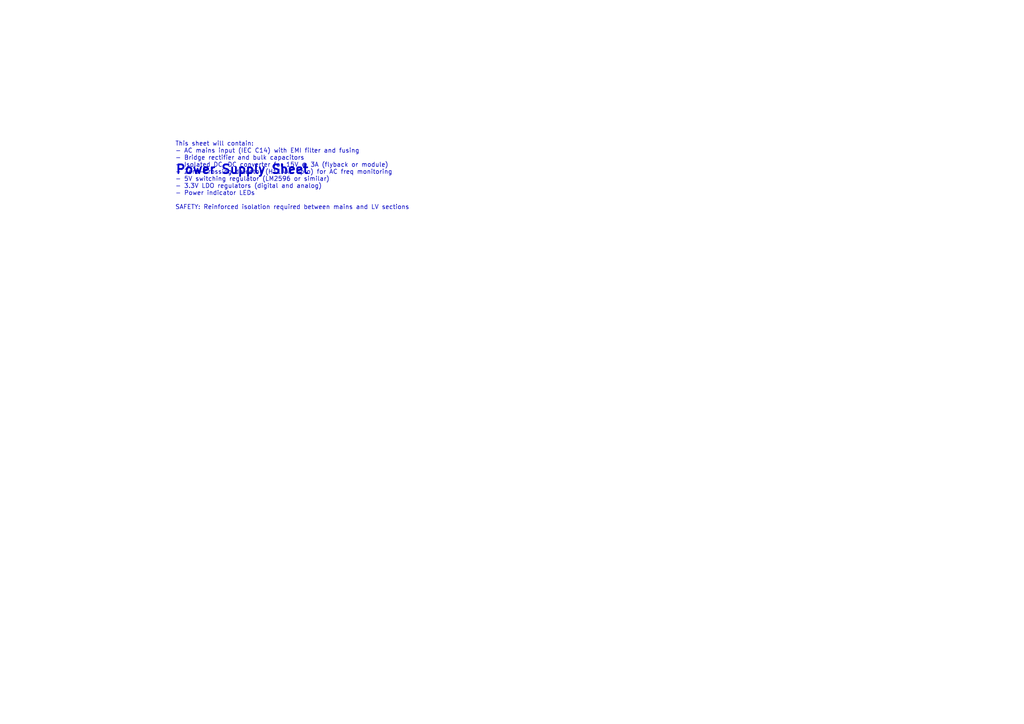
<source format=kicad_sch>
(kicad_sch
	(version 20231120)
	(generator "eeschema")
	(generator_version "8.0")
	(uuid "a1b2c3d4-0001-0001-0001-000000000001")
	(paper "A4")
	(title_block
		(title "Power Supply - AC Mains Input with Frequency Monitor")
		(date "2024-12-21")
		(rev "2.0")
		(company "CHRONOS-Rb Project")
		(comment 1 "Input: 100-240V AC 50/60Hz Universal Mains")
		(comment 2 "Outputs: +15V/3A, +5V/1A, +3.3V regulated rails")
		(comment 3 "Features: Isolated AC-DC, Zero-crossing freq monitor")
		(comment 4 "WARNING: Contains hazardous mains voltage")
	)
	(lib_symbols)
	(text "Power Supply Sheet"
		(exclude_from_sim no)
		(at 50.8 50.8 0)
		(effects
			(font
				(size 2.54 2.54)
				(bold yes)
			)
			(justify left bottom)
		)
		(uuid "b1b2c3d4-0001-0001-0001-000000000001")
	)
	(text "This sheet will contain:\n- AC mains input (IEC C14) with EMI filter and fusing\n- Bridge rectifier and bulk capacitors\n- Isolated DC-DC converter for 15V @ 3A (flyback or module)\n- Zero-crossing detector (H11AA1 opto) for AC freq monitoring\n- 5V switching regulator (LM2596 or similar)\n- 3.3V LDO regulators (digital and analog)\n- Power indicator LEDs\n\nSAFETY: Reinforced isolation required between mains and LV sections"
		(exclude_from_sim no)
		(at 50.8 60.96 0)
		(effects
			(font
				(size 1.27 1.27)
			)
			(justify left bottom)
		)
		(uuid "b1b2c3d4-0002-0002-0002-000000000002")
	)
)

</source>
